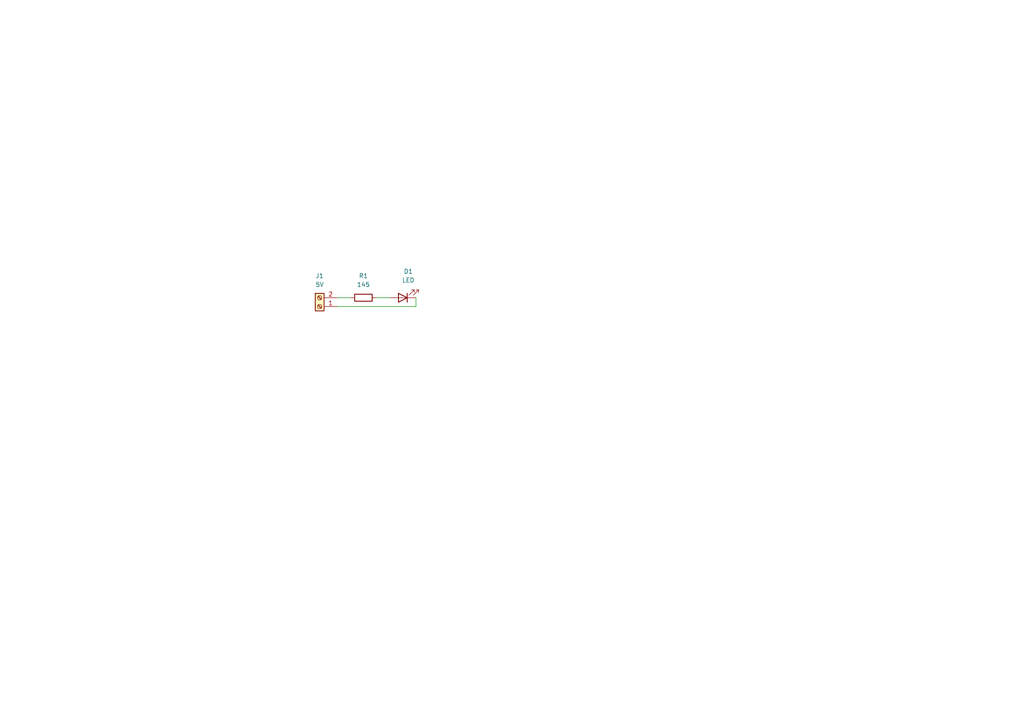
<source format=kicad_sch>
(kicad_sch (version 20211123) (generator eeschema)
  (paper "A4")
  (lib_symbols
    (symbol "Connector:Screw_Terminal_01x02" (pin_names (offset 1.016) hide)
      (property "Reference" "J" (at 0 2.54 0))
      (property "Value" "Screw_Terminal_01x02" (at 0 -5.08 0))
      (symbol "Screw_Terminal_01x02_1_1"
        (rectangle (start -1.27 1.27) (end 1.27 -3.81) (stroke (width 0.254)) (fill (type background)))
        (circle (center 0 -2.54) (radius 0.635) (stroke (width 0.1524)))
        (polyline (pts (xy -0.5334 -2.2098) (xy 0.3302 -3.048)) (stroke (width 0.1524)))
        (polyline (pts (xy -0.5334 0.3302) (xy 0.3302 -0.508)) (stroke (width 0.1524)))
        (polyline (pts (xy -0.3556 -2.032) (xy 0.508 -2.8702)) (stroke (width 0.1524)))
        (polyline (pts (xy -0.3556 0.508) (xy 0.508 -0.3302)) (stroke (width 0.1524)))
        (circle (center 0 0) (radius 0.635) (stroke (width 0.1524)))
        (pin passive line (at -5.08 0 0) (length 3.81) (name "Pin_1") (number "1"))
        (pin passive line (at -5.08 -2.54 0) (length 3.81) (name "Pin_2") (number "2"))
      )
    )
    (symbol "Device:LED" (pin_numbers hide) (pin_names (offset 1.016) hide)
      (property "Reference" "D" (at 0 2.54 0))
      (property "Value" "LED" (at 0 -2.54 0))
      (symbol "LED_0_1"
        (polyline (pts (xy -1.27 -1.27) (xy -1.27 1.27)) (stroke (width 0.254)))
        (polyline (pts (xy -1.27 0) (xy 1.27 0)))
        (polyline (pts (xy 1.27 -1.27) (xy 1.27 1.27) (xy -1.27 0) (xy 1.27 -1.27)) (stroke (width 0.254)))
        (polyline (pts (xy -3.048 -0.762) (xy -4.572 -2.286) (xy -3.81 -2.286) (xy -4.572 -2.286) (xy -4.572 -1.524)))
        (polyline (pts (xy -1.778 -0.762) (xy -3.302 -2.286) (xy -2.54 -2.286) (xy -3.302 -2.286) (xy -3.302 -1.524)))
      )
      (symbol "LED_1_1"
        (pin passive line (at -3.81 0 0) (length 2.54) (name "K") (number "1"))
        (pin passive line (at 3.81 0 180) (length 2.54) (name "A") (number "2"))
      )
    )
    (symbol "Device:R" (pin_numbers hide) (pin_names (offset 0))
      (property "Reference" "R" (at 2.032 0 90))
      (property "Value" "R" (at 0 0 90))
      (symbol "R_0_1"
        (rectangle (start -1.016 -2.54) (end 1.016 2.54) (stroke (width 0.254)))
      )
      (symbol "R_1_1"
        (pin passive line (at 0 3.81 270) (length 1.27) (name "~") (number "1"))
        (pin passive line (at 0 -3.81 90) (length 1.27) (name "~") (number "2"))
      )
    )
  )
  (wire (pts (xy 120.65 86.36) (xy 120.65 88.9)))
  (wire (pts (xy 97.79 86.36) (xy 101.6 86.36)))
  (wire (pts (xy 109.22 86.36) (xy 113.03 86.36)))
  (wire (pts (xy 120.65 88.9) (xy 97.79 88.9)))
  (symbol (lib_id "Connector:Screw_Terminal_01x02") (at 92.71 88.9 180) (unit 1)
    (property "Reference" "J1" (at 92.71 80.01 0))
    (property "Value" "5V" (at 92.71 82.55 0))
    (property "Footprint" "Connector_PinHeader_1.00mm:PinHeader_1x02_P1.00mm_Vertical_SMD_Pin1Right" (effects hide))
  )
  (symbol (lib_id "Device:LED") (at 116.84 86.36 180) (unit 1)
    (property "Reference" "D1" (at 118.4275 78.74 0))
    (property "Value" "LED" (at 118.4275 81.28 0))
    (property "Footprint" "LED_SMD:LED_0805_2012Metric" (effects hide))
  )
  (symbol (lib_id "Device:R") (at 105.41 86.36 90) (unit 1)
    (property "Reference" "R1" (at 105.41 80.01 90))
    (property "Value" "145" (at 105.41 82.55 90))
    (property "Footprint" "Resistor_SMD:R_0805_2012Metric" (effects hide))
  )
)
</source>
